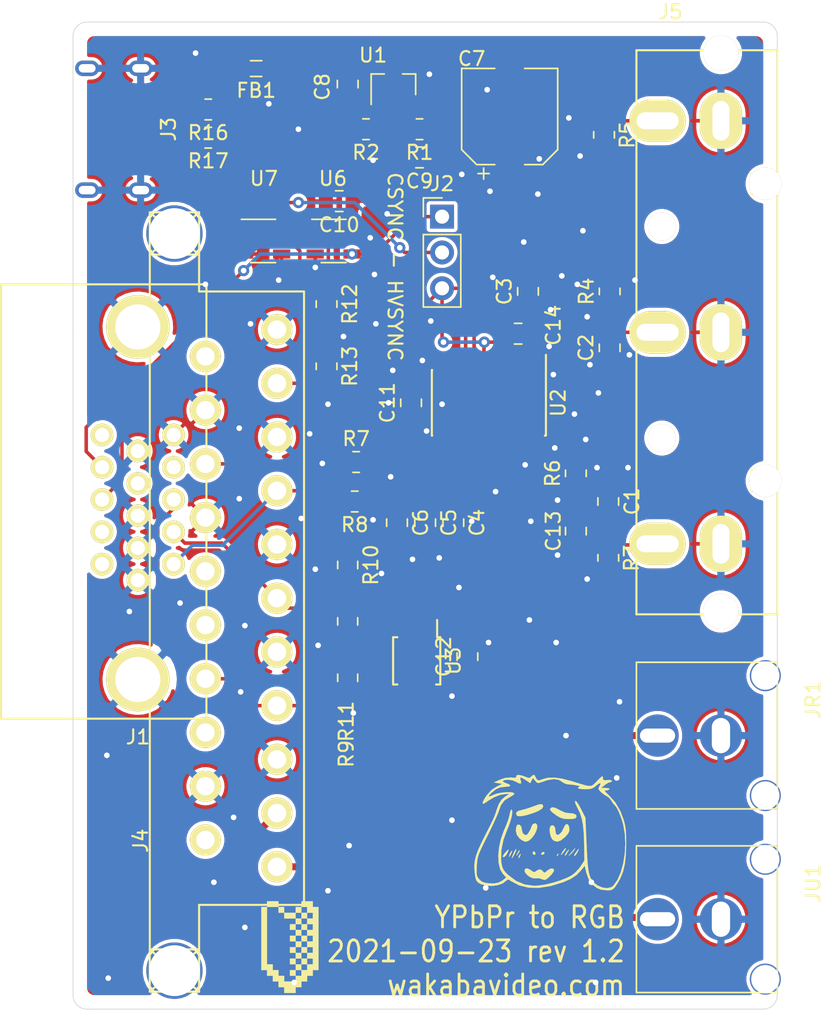
<source format=kicad_pcb>
(kicad_pcb (version 20171130) (host pcbnew "(5.1.9)-1")
  (layers (0 F.Cu signal) (31 B.Cu signal) (34 B.Paste user hide) (35 F.Paste user hide) (36 B.SilkS user) (37 F.SilkS user) (38 B.Mask user) (39 F.Mask user) (44 Edge.Cuts user))
  (net 0 "")
  (net 1 /Red)
  (net 2 /Green)
  (net 3 /Blue)
  (net 4 VCC)
  (net 5 "Net-(R1-Pad2)")
  (net 6 GND)
  (net 7 +5V)
  (net 8 "Net-(J1-Pad15)")
  (net 9 "Net-(U2-Pad22)")
  (net 10 "Net-(C4-Pad2)")
  (net 11 "Net-(C4-Pad1)")
  (net 12 "Net-(C5-Pad2)")
  (net 13 "Net-(C5-Pad1)")
  (net 14 "Net-(C6-Pad2)")
  (net 15 "Net-(C6-Pad1)")
  (net 16 "Net-(R10-Pad2)")
  (net 17 "Net-(R9-Pad2)")
  (net 18 "Net-(R11-Pad2)")
  (net 19 "Net-(J1-Pad11)")
  (net 20 "Net-(J1-Pad4)")
  (net 21 /VSYNC)
  (net 22 VS)
  (net 23 "Net-(J3-PadB5)")
  (net 24 "Net-(J3-PadA5)")
  (net 25 "Net-(J4-Pad1)")
  (net 26 "Net-(J4-Pad16)")
  (net 27 "Net-(J4-Pad12)")
  (net 28 "Net-(J4-Pad10)")
  (net 29 "Net-(J4-Pad6)")
  (net 30 "Net-(J4-Pad3)")
  (net 31 "Net-(J4-Pad2)")
  (net 32 "Net-(J4-Pad20)")
  (net 33 "Net-(U2-Pad14)")
  (net 34 "Net-(U2-Pad13)")
  (net 35 "Net-(C1-Pad2)")
  (net 36 /Y)
  (net 37 "Net-(C2-Pad2)")
  (net 38 /Pb)
  (net 39 "Net-(C3-Pad2)")
  (net 40 /Pr)
  (net 41 "Net-(C13-Pad1)")
  (net 42 "Net-(R6-Pad2)")
  (net 43 "Net-(J1-Pad12)")
  (net 44 "Net-(R7-Pad2)")
  (net 45 /CSYNC)
  (net 46 /SYNC)
  (net 47 "Net-(U3-Pad10)")
  (net 48 VBUS)
  (net 49 "Net-(J4-Pad19)")
  (net 50 "Net-(R12-Pad2)")
  (module videobits:uwuriel (layer F.Cu) (at 53.9 97.45)
    (fp_text reference FID2 hide)
    (fp_text value Fiducial hide)
  )
  (module Resistor_SMD:R_0805_2012Metric (layer F.Cu) (at 38 64.41 270)
    (fp_text reference R13 (at 0 -1.65 90) (layer F.SilkS))
    (fp_text value 200)
    (pad 2 smd roundrect (at 0.9125 0 270) (size 1.025 1.4) (layers F.Cu F.Paste F.Mask) (roundrect_rratio 0.2439014634146341) (net 49 "Net-(J4-Pad19)"))
    (pad 1 smd roundrect (at -0.9125 0 270) (size 1.025 1.4) (layers F.Cu F.Paste F.Mask) (roundrect_rratio 0.2439014634146341) (net 50 "Net-(R12-Pad2)"))
  )
  (module Resistor_SMD:R_0805_2012Metric (layer F.Cu) (at 38 60 270)
    (fp_text reference R12 (at 0 -1.65 90) (layer F.SilkS))
    (fp_text value 200)
    (pad 2 smd roundrect (at 0.9125 0 270) (size 1.025 1.4) (layers F.Cu F.Paste F.Mask) (roundrect_rratio 0.2439014634146341) (net 50 "Net-(R12-Pad2)"))
    (pad 1 smd roundrect (at -0.9125 0 270) (size 1.025 1.4) (layers F.Cu F.Paste F.Mask) (roundrect_rratio 0.2439014634146341) (net 45 /CSYNC))
  )
  (module custom_components:VGA_CONN (layer F.Cu) (at 24.6 75 270)
    (fp_text reference J1 (at 15.70228 -0.00508) (layer F.SilkS))
    (fp_text value VGA)
    (pad 10 thru_hole circle (at -13.38 0 270) (size 4.5 4.5) (drill 3.2) (layers *.Cu *.Mask F.SilkS) (net 6 GND))
    (pad 10 thru_hole circle (at 11.62 0 270) (size 4.5 4.5) (drill 3.2) (layers *.Cu *.Mask F.SilkS) (net 6 GND))
    (pad 15 thru_hole circle (at -5.72 2.54 270) (size 1.6 1.6) (drill 1) (layers *.Cu *.Mask F.SilkS) (net 8 "Net-(J1-Pad15)"))
    (pad 14 thru_hole circle (at -3.43 2.54 270) (size 1.6 1.6) (drill 1) (layers *.Cu *.Mask F.SilkS) (net 21 /VSYNC))
    (pad 13 thru_hole circle (at -1.14 2.54 270) (size 1.6 1.6) (drill 1) (layers *.Cu *.Mask F.SilkS) (net 45 /CSYNC))
    (pad 12 thru_hole circle (at 1.15 2.54 270) (size 1.6 1.6) (drill 1) (layers *.Cu *.Mask F.SilkS) (net 43 "Net-(J1-Pad12)"))
    (pad 11 thru_hole circle (at 3.44 2.54 270) (size 1.6 1.6) (drill 1) (layers *.Cu *.Mask F.SilkS) (net 19 "Net-(J1-Pad11)"))
    (pad 7 thru_hole circle (at 2.29 0 270) (size 1.6 1.6) (drill 1) (layers *.Cu *.Mask F.SilkS) (net 6 GND))
    (pad 6 thru_hole circle (at 4.58 0 270) (size 1.6 1.6) (drill 1) (layers *.Cu *.Mask F.SilkS) (net 6 GND))
    (pad 5 thru_hole circle (at -5.72 -2.54 270) (size 1.6 1.6) (drill 1) (layers *.Cu *.Mask F.SilkS) (net 6 GND))
    (pad 4 thru_hole circle (at -3.43 -2.54 270) (size 1.6 1.6) (drill 1) (layers *.Cu *.Mask F.SilkS) (net 20 "Net-(J1-Pad4)"))
    (pad 3 thru_hole circle (at -1.14 -2.54 270) (size 1.6 1.6) (drill 1) (layers *.Cu *.Mask F.SilkS) (net 3 /Blue))
    (pad 2 thru_hole circle (at 1.15 -2.54 270) (size 1.6 1.6) (drill 1) (layers *.Cu *.Mask F.SilkS) (net 2 /Green))
    (pad 1 thru_hole circle (at 3.44 -2.54 270) (size 1.6 1.6) (drill 1) (layers *.Cu *.Mask F.SilkS) (net 1 /Red))
    (pad 10 thru_hole circle (at -4.58 0 270) (size 1.6 1.6) (drill 1) (layers *.Cu *.Mask F.SilkS) (net 6 GND))
    (pad 9 thru_hole circle (at -2.29 0 270) (size 1.6 1.6) (drill 1) (layers *.Cu *.Mask F.SilkS) (net 22 VS))
    (pad 8 thru_hole circle (at 0 0 270) (size 1.6 1.6) (drill 1) (layers *.Cu *.Mask F.SilkS) (net 6 GND))
  )
  (module Capacitor_SMD:C_0805_2012Metric (layer F.Cu) (at 51.6 62.1)
    (fp_text reference C14 (at 2.5 -0.6 90) (layer F.SilkS))
    (fp_text value 100n)
    (pad 2 smd roundrect (at 0.95 0) (size 1 1.45) (layers F.Cu F.Paste F.Mask) (net 6 GND))
    (pad 1 smd roundrect (at -0.95 0) (size 1 1.45) (layers F.Cu F.Paste F.Mask) (net 4 VCC))
  )
  (module videobits:3xRCA_CONN_SINGLE (layer F.Cu) (at 66 62 90)
    (fp_text reference J5 (at 22.71522 -3.5814) (layer F.SilkS))
    (fp_text value 3xRCA_CONN)
    (pad "" thru_hole circle (at 7.5 -4.2 90) (size 2 2) (drill 2) (layers *.Cu *.Mask F.SilkS))
    (pad "" thru_hole circle (at -7.5 -4.2 90) (size 2 2) (drill 2) (layers *.Cu *.Mask F.SilkS))
    (pad "" thru_hole circle (at -10.53338 3.14452 90) (size 2.3 2.3) (drill 2.3) (layers *.Cu *.Mask F.SilkS))
    (pad "" thru_hole circle (at 10.53338 3.14452 90) (size 2.3 2.3) (drill 2.3) (layers *.Cu *.Mask F.SilkS))
    (pad 2 thru_hole oval (at 15 -4.5 90) (size 3 4) (drill oval 1.2 3) (layers *.Cu *.Mask F.SilkS) (net 39 "Net-(C3-Pad2)"))
    (pad 3 thru_hole oval (at -15 -4.5 90) (size 3 4) (drill oval 1.2 3) (layers *.Cu *.Mask F.SilkS) (net 35 "Net-(C1-Pad2)"))
    (pad 4 thru_hole oval (at -15 0 90) (size 4 3) (drill oval 2.82 1.2) (layers *.Cu *.Mask F.SilkS) (net 6 GND))
    (pad 4 thru_hole oval (at 0 0 90) (size 4 3) (drill oval 2.82 1.2) (layers *.Cu *.Mask F.SilkS) (net 6 GND))
    (pad 4 thru_hole oval (at 15 0 90) (size 4 3) (drill oval 2.82 1.2) (layers *.Cu *.Mask F.SilkS) (net 6 GND))
    (pad "" thru_hole oval (at 19.8 0 90) (size 2.5 2.5) (drill 2.5) (layers *.Cu *.Mask F.SilkS))
    (pad "" thru_hole oval (at -19.8 0 90) (size 2.5 2.5) (drill 2.5) (layers *.Cu *.Mask F.SilkS))
    (pad 1 thru_hole oval (at 0 -4.5 90) (size 3 4) (drill oval 1.2 3) (layers *.Cu *.Mask F.SilkS) (net 37 "Net-(C2-Pad2)"))
  )
  (module Inductor_SMD:L_0805_2012Metric (layer F.Cu) (at 33 43.3 180)
    (fp_text reference FB1 (at 0 -1.55) (layer F.SilkS))
    (fp_text value Ferrite_Bead_Small)
    (pad 2 smd roundrect (at 1.0625 0 180) (size 0.875 1.2) (layers F.Cu F.Paste F.Mask) (net 48 VBUS))
    (pad 1 smd roundrect (at -1.0625 0 180) (size 0.875 1.2) (layers F.Cu F.Paste F.Mask) (net 7 +5V))
  )
  (module videobits:wakaba (layer F.Cu) (at 35.4 105.6)
    (fp_text reference FID1 hide)
    (fp_text value Fiducial hide)
  )
  (module Resistor_SMD:R_0805_2012Metric (layer F.Cu) (at 29.6 48.2 180)
    (fp_text reference R17 (at 0 -1.65) (layer F.SilkS))
    (fp_text value 5k1)
    (pad 2 smd roundrect (at 0.9125 0 180) (size 1.025 1.4) (layers F.Cu F.Paste F.Mask) (roundrect_rratio 0.2439004878048781) (net 23 "Net-(J3-PadB5)"))
    (pad 1 smd roundrect (at -0.9125 0 180) (size 1.025 1.4) (layers F.Cu F.Paste F.Mask) (roundrect_rratio 0.2439004878048781) (net 6 GND))
  )
  (module Resistor_SMD:R_0805_2012Metric (layer F.Cu) (at 29.6 46.2 180)
    (fp_text reference R16 (at 0 -1.65) (layer F.SilkS))
    (fp_text value 5k1)
    (pad 2 smd roundrect (at 0.9125 0 180) (size 1.025 1.4) (layers F.Cu F.Paste F.Mask) (roundrect_rratio 0.2439004878048781) (net 24 "Net-(J3-PadA5)"))
    (pad 1 smd roundrect (at -0.9125 0 180) (size 1.025 1.4) (layers F.Cu F.Paste F.Mask) (roundrect_rratio 0.2439004878048781) (net 6 GND))
  )
  (module Resistor_SMD:R_0805_2012Metric (layer F.Cu) (at 40 74 180)
    (fp_text reference R8 (at 0 -1.65) (layer F.SilkS))
    (fp_text value 75)
    (pad 2 smd roundrect (at 0.9125 0 180) (size 1.025 1.4) (layers F.Cu F.Paste F.Mask) (roundrect_rratio 0.2439004878048781) (net 26 "Net-(J4-Pad16)"))
    (pad 1 smd roundrect (at -0.9125 0 180) (size 1.025 1.4) (layers F.Cu F.Paste F.Mask) (roundrect_rratio 0.2439004878048781) (net 4 VCC))
  )
  (module Resistor_SMD:R_0805_2012Metric (layer F.Cu) (at 40.1 71.2)
    (fp_text reference R7 (at 0 -1.65) (layer F.SilkS))
    (fp_text value 10k)
    (pad 2 smd roundrect (at 0.9125 0) (size 1.025 1.4) (layers F.Cu F.Paste F.Mask) (roundrect_rratio 0.2439004878048781) (net 44 "Net-(R7-Pad2)"))
    (pad 1 smd roundrect (at -0.9125 0) (size 1.025 1.4) (layers F.Cu F.Paste F.Mask) (roundrect_rratio 0.2439004878048781) (net 6 GND))
  )
  (module Resistor_SMD:R_0805_2012Metric (layer F.Cu) (at 55.7 72 90)
    (fp_text reference R6 (at 0 -1.65 90) (layer F.SilkS))
    (fp_text value 200)
    (pad 2 smd roundrect (at 0.9125 0 90) (size 1.025 1.4) (layers F.Cu F.Paste F.Mask) (roundrect_rratio 0.2439004878048781) (net 42 "Net-(R6-Pad2)"))
    (pad 1 smd roundrect (at -0.9125 0 90) (size 1.025 1.4) (layers F.Cu F.Paste F.Mask) (roundrect_rratio 0.2439004878048781) (net 41 "Net-(C13-Pad1)"))
  )
  (module Resistor_SMD:R_0805_2012Metric (layer F.Cu) (at 57.7 48 270)
    (fp_text reference R5 (at 0 -1.65 90) (layer F.SilkS))
    (fp_text value 75)
    (pad 2 smd roundrect (at 0.9125 0 270) (size 1.025 1.4) (layers F.Cu F.Paste F.Mask) (roundrect_rratio 0.2439004878048781) (net 6 GND))
    (pad 1 smd roundrect (at -0.9125 0 270) (size 1.025 1.4) (layers F.Cu F.Paste F.Mask) (roundrect_rratio 0.2439004878048781) (net 39 "Net-(C3-Pad2)"))
  )
  (module Resistor_SMD:R_0805_2012Metric (layer F.Cu) (at 58.1 59.1 90)
    (fp_text reference R4 (at 0 -1.65 90) (layer F.SilkS))
    (fp_text value 75)
    (pad 2 smd roundrect (at 0.9125 0 90) (size 1.025 1.4) (layers F.Cu F.Paste F.Mask) (roundrect_rratio 0.2439004878048781) (net 6 GND))
    (pad 1 smd roundrect (at -0.9125 0 90) (size 1.025 1.4) (layers F.Cu F.Paste F.Mask) (roundrect_rratio 0.2439004878048781) (net 37 "Net-(C2-Pad2)"))
  )
  (module Resistor_SMD:R_0805_2012Metric (layer F.Cu) (at 58 77.993 270)
    (fp_text reference R3 (at 0 -1.65 90) (layer F.SilkS))
    (fp_text value 75)
    (pad 1 smd roundrect (at -0.9125 0 270) (size 1.025 1.4) (layers F.Cu F.Paste F.Mask) (roundrect_rratio 0.2439004878048781) (net 35 "Net-(C1-Pad2)"))
    (pad 2 smd roundrect (at 0.9125 0 270) (size 1.025 1.4) (layers F.Cu F.Paste F.Mask) (roundrect_rratio 0.2439004878048781) (net 6 GND))
  )
  (module Resistor_SMD:R_0805_2012Metric (layer F.Cu) (at 40.8 47.6 180)
    (fp_text reference R2 (at 0 -1.65) (layer F.SilkS))
    (fp_text value 1k33)
    (pad 2 smd roundrect (at 0.9125 0 180) (size 1.025 1.4) (layers F.Cu F.Paste F.Mask) (roundrect_rratio 0.2439004878048781) (net 6 GND))
    (pad 1 smd roundrect (at -0.9125 0 180) (size 1.025 1.4) (layers F.Cu F.Paste F.Mask) (roundrect_rratio 0.2439004878048781) (net 5 "Net-(R1-Pad2)"))
  )
  (module Resistor_SMD:R_0805_2012Metric (layer F.Cu) (at 44.6 47.6 180)
    (fp_text reference R1 (at 0 -1.65) (layer F.SilkS))
    (fp_text value 1k)
    (pad 2 smd roundrect (at 0.9125 0 180) (size 1.025 1.4) (layers F.Cu F.Paste F.Mask) (roundrect_rratio 0.2439004878048781) (net 5 "Net-(R1-Pad2)"))
    (pad 1 smd roundrect (at -0.9125 0 180) (size 1.025 1.4) (layers F.Cu F.Paste F.Mask) (roundrect_rratio 0.2439004878048781) (net 4 VCC))
  )
  (module Capacitor_SMD:C_0805_2012Metric (layer F.Cu) (at 55.7 76.1 270)
    (fp_text reference C13 (at 0 1.6 90) (layer F.SilkS))
    (fp_text value 4.7n)
    (pad 2 smd roundrect (at 0.95 0 270) (size 1 1.45) (layers F.Cu F.Paste F.Mask) (net 35 "Net-(C1-Pad2)"))
    (pad 1 smd roundrect (at -0.95 0 270) (size 1 1.45) (layers F.Cu F.Paste F.Mask) (net 41 "Net-(C13-Pad1)"))
  )
  (module Capacitor_SMD:C_0805_2012Metric (layer F.Cu) (at 48 85 90)
    (fp_text reference C12 (at 0 -1.68 90) (layer F.SilkS))
    (fp_text value 100n)
    (pad 2 smd roundrect (at 0.95 0 90) (size 1 1.45) (layers F.Cu F.Paste F.Mask) (net 6 GND))
    (pad 1 smd roundrect (at -0.95 0 90) (size 1 1.45) (layers F.Cu F.Paste F.Mask) (net 4 VCC))
  )
  (module Capacitor_SMD:C_0805_2012Metric (layer F.Cu) (at 44 67 90)
    (fp_text reference C11 (at 0 -1.68 90) (layer F.SilkS))
    (fp_text value 100n)
    (pad 2 smd roundrect (at 0.95 0 90) (size 1 1.45) (layers F.Cu F.Paste F.Mask) (net 6 GND))
    (pad 1 smd roundrect (at -0.95 0 90) (size 1 1.45) (layers F.Cu F.Paste F.Mask) (net 4 VCC))
  )
  (module Capacitor_SMD:C_0805_2012Metric (layer F.Cu) (at 38.9 52.7 180)
    (fp_text reference C10 (at 0 -1.68) (layer F.SilkS))
    (fp_text value 100n)
    (pad 2 smd roundrect (at 0.95 0 180) (size 1 1.45) (layers F.Cu F.Paste F.Mask) (net 6 GND))
    (pad 1 smd roundrect (at -0.95 0 180) (size 1 1.45) (layers F.Cu F.Paste F.Mask) (net 4 VCC))
  )
  (module Capacitor_SMD:C_0805_2012Metric (layer F.Cu) (at 44.6 49.6 180)
    (fp_text reference C9 (at 0 -1.68) (layer F.SilkS))
    (fp_text value 100n)
    (pad 2 smd roundrect (at 0.95 0 180) (size 1 1.45) (layers F.Cu F.Paste F.Mask) (net 6 GND))
    (pad 1 smd roundrect (at -0.95 0 180) (size 1 1.45) (layers F.Cu F.Paste F.Mask) (net 4 VCC))
  )
  (module Capacitor_SMD:C_0805_2012Metric (layer F.Cu) (at 39.5 44.4 270)
    (fp_text reference C8 (at 0.2 1.8 90) (layer F.SilkS))
    (fp_text value 10u)
    (pad 2 smd roundrect (at 0.95 0 270) (size 1 1.45) (layers F.Cu F.Paste F.Mask) (net 6 GND))
    (pad 1 smd roundrect (at -0.95 0 270) (size 1 1.45) (layers F.Cu F.Paste F.Mask) (net 7 +5V))
  )
  (module Capacitor_SMD:C_0805_2012Metric (layer F.Cu) (at 43 75.5 270)
    (fp_text reference C6 (at 0 -1.68 90) (layer F.SilkS))
    (fp_text value 100n)
    (pad 2 smd roundrect (at 0.95 0 270) (size 1 1.45) (layers F.Cu F.Paste F.Mask) (net 14 "Net-(C6-Pad2)"))
    (pad 1 smd roundrect (at -0.95 0 270) (size 1 1.45) (layers F.Cu F.Paste F.Mask) (net 15 "Net-(C6-Pad1)"))
  )
  (module Capacitor_SMD:C_0805_2012Metric (layer F.Cu) (at 45 75.5 270)
    (fp_text reference C5 (at 0 -1.68 90) (layer F.SilkS))
    (fp_text value 100n)
    (pad 2 smd roundrect (at 0.95 0 270) (size 1 1.45) (layers F.Cu F.Paste F.Mask) (net 12 "Net-(C5-Pad2)"))
    (pad 1 smd roundrect (at -0.95 0 270) (size 1 1.45) (layers F.Cu F.Paste F.Mask) (net 13 "Net-(C5-Pad1)"))
  )
  (module Capacitor_SMD:C_0805_2012Metric (layer F.Cu) (at 47 75.5 270)
    (fp_text reference C4 (at 0 -1.68 90) (layer F.SilkS))
    (fp_text value 100n)
    (pad 2 smd roundrect (at 0.95 0 270) (size 1 1.45) (layers F.Cu F.Paste F.Mask) (net 10 "Net-(C4-Pad2)"))
    (pad 1 smd roundrect (at -0.95 0 270) (size 1 1.45) (layers F.Cu F.Paste F.Mask) (net 11 "Net-(C4-Pad1)"))
  )
  (module Capacitor_SMD:C_0805_2012Metric (layer F.Cu) (at 52.3 59.1 90)
    (fp_text reference C3 (at 0 -1.68 90) (layer F.SilkS))
    (fp_text value 100n)
    (pad 2 smd roundrect (at 0.95 0 90) (size 1 1.45) (layers F.Cu F.Paste F.Mask) (net 39 "Net-(C3-Pad2)"))
    (pad 1 smd roundrect (at -0.95 0 90) (size 1 1.45) (layers F.Cu F.Paste F.Mask) (net 40 /Pr))
  )
  (module Capacitor_SMD:C_0805_2012Metric (layer F.Cu) (at 58.1 63.1 90)
    (fp_text reference C2 (at 0 -1.68 90) (layer F.SilkS))
    (fp_text value 100n)
    (pad 2 smd roundrect (at 0.95 0 90) (size 1 1.45) (layers F.Cu F.Paste F.Mask) (net 37 "Net-(C2-Pad2)"))
    (pad 1 smd roundrect (at -0.95 0 90) (size 1 1.45) (layers F.Cu F.Paste F.Mask) (net 38 /Pb))
  )
  (module Capacitor_SMD:C_0805_2012Metric (layer F.Cu) (at 58 74 270)
    (fp_text reference C1 (at 0 -1.68 90) (layer F.SilkS))
    (fp_text value 100n)
    (pad 1 smd roundrect (at -0.95 0 270) (size 1 1.45) (layers F.Cu F.Paste F.Mask) (net 36 /Y))
    (pad 2 smd roundrect (at 0.95 0 270) (size 1 1.45) (layers F.Cu F.Paste F.Mask) (net 35 "Net-(C1-Pad2)"))
  )
  (module Package_SO:MSOP-10_3x3mm_P0.5mm (layer F.Cu) (at 44.4 85.3 270)
    (fp_text reference U3 (at 0 -2.6 90) (layer F.SilkS))
    (fp_text value TPF144-VR)
    (pad 10 smd rect (at 2.2 -1 270) (size 1.4 0.3) (layers F.Cu F.Paste F.Mask) (net 47 "Net-(U3-Pad10)"))
    (pad 9 smd rect (at 2.2 -0.5 270) (size 1.4 0.3) (layers F.Cu F.Paste F.Mask) (net 6 GND))
    (pad 8 smd rect (at 2.2 0 270) (size 1.4 0.3) (layers F.Cu F.Paste F.Mask) (net 16 "Net-(R10-Pad2)"))
    (pad 7 smd rect (at 2.2 0.5 270) (size 1.4 0.3) (layers F.Cu F.Paste F.Mask) (net 18 "Net-(R11-Pad2)"))
    (pad 6 smd rect (at 2.2 1 270) (size 1.4 0.3) (layers F.Cu F.Paste F.Mask) (net 17 "Net-(R9-Pad2)"))
    (pad 5 smd rect (at -2.2 1 270) (size 1.4 0.3) (layers F.Cu F.Paste F.Mask) (net 14 "Net-(C6-Pad2)"))
    (pad 4 smd rect (at -2.2 0.5 270) (size 1.4 0.3) (layers F.Cu F.Paste F.Mask) (net 12 "Net-(C5-Pad2)"))
    (pad 3 smd rect (at -2.2 0 270) (size 1.4 0.3) (layers F.Cu F.Paste F.Mask) (net 10 "Net-(C4-Pad2)"))
    (pad 2 smd rect (at -2.2 -0.5 270) (size 1.4 0.3) (layers F.Cu F.Paste F.Mask) (net 4 VCC))
    (pad 1 smd rect (at -2.2 -1 270) (size 1.4 0.3) (layers F.Cu F.Paste F.Mask) (net 46 /SYNC))
  )
  (module Connector_PinHeader_2.54mm:PinHeader_1x03_P2.54mm_Vertical (layer F.Cu) (at 46.2 53.8)
    (fp_text reference J2 (at 0 -2.33) (layer F.SilkS))
    (fp_text value Conn_01x03_Male)
    (pad 3 thru_hole oval (at 0 5.08) (size 1.7 1.7) (drill 1) (layers *.Cu *.Mask) (net 4 VCC))
    (pad 2 thru_hole oval (at 0 2.54) (size 1.7 1.7) (drill 1) (layers *.Cu *.Mask) (net 21 /VSYNC))
    (pad 1 thru_hole rect (at 0 0) (size 1.7 1.7) (drill 1) (layers *.Cu *.Mask) (net 21 /VSYNC))
  )
  (module Package_SO:TSSOP-24_4.4x7.8mm_P0.65mm (layer F.Cu) (at 49.5 67 270)
    (fp_text reference U2 (at 0 -4.95 90) (layer F.SilkS))
    (fp_text value LMH1251MT_NOPB)
    (pad 24 smd rect (at 2.85 -3.575 270) (size 1.1 0.4) (layers F.Cu F.Paste F.Mask) (net 4 VCC))
    (pad 23 smd rect (at 2.85 -2.925 270) (size 1.1 0.4) (layers F.Cu F.Paste F.Mask) (net 4 VCC))
    (pad 22 smd rect (at 2.85 -2.275 270) (size 1.1 0.4) (layers F.Cu F.Paste F.Mask) (net 9 "Net-(U2-Pad22)"))
    (pad 21 smd rect (at 2.85 -1.625 270) (size 1.1 0.4) (layers F.Cu F.Paste F.Mask) (net 6 GND))
    (pad 20 smd rect (at 2.85 -0.975 270) (size 1.1 0.4) (layers F.Cu F.Paste F.Mask) (net 11 "Net-(C4-Pad1)"))
    (pad 19 smd rect (at 2.85 -0.325 270) (size 1.1 0.4) (layers F.Cu F.Paste F.Mask) (net 13 "Net-(C5-Pad1)"))
    (pad 18 smd rect (at 2.85 0.325 270) (size 1.1 0.4) (layers F.Cu F.Paste F.Mask) (net 15 "Net-(C6-Pad1)"))
    (pad 17 smd rect (at 2.85 0.975 270) (size 1.1 0.4) (layers F.Cu F.Paste F.Mask) (net 4 VCC))
    (pad 16 smd rect (at 2.85 1.625 270) (size 1.1 0.4) (layers F.Cu F.Paste F.Mask) (net 6 GND))
    (pad 15 smd rect (at 2.85 2.275 270) (size 1.1 0.4) (layers F.Cu F.Paste F.Mask) (net 44 "Net-(R7-Pad2)"))
    (pad 14 smd rect (at 2.85 2.925 270) (size 1.1 0.4) (layers F.Cu F.Paste F.Mask) (net 33 "Net-(U2-Pad14)"))
    (pad 13 smd rect (at 2.85 3.575 270) (size 1.1 0.4) (layers F.Cu F.Paste F.Mask) (net 34 "Net-(U2-Pad13)"))
    (pad 12 smd rect (at -2.85 3.575 270) (size 1.1 0.4) (layers F.Cu F.Paste F.Mask) (net 6 GND))
    (pad 11 smd rect (at -2.85 2.925 270) (size 1.1 0.4) (layers F.Cu F.Paste F.Mask) (net 42 "Net-(R6-Pad2)"))
    (pad 10 smd rect (at -2.85 2.275 270) (size 1.1 0.4) (layers F.Cu F.Paste F.Mask) (net 36 /Y))
    (pad 9 smd rect (at -2.85 1.625 270) (size 1.1 0.4) (layers F.Cu F.Paste F.Mask) (net 38 /Pb))
    (pad 8 smd rect (at -2.85 0.975 270) (size 1.1 0.4) (layers F.Cu F.Paste F.Mask) (net 40 /Pr))
    (pad 7 smd rect (at -2.85 0.325 270) (size 1.1 0.4) (layers F.Cu F.Paste F.Mask) (net 4 VCC))
    (pad 6 smd rect (at -2.85 -0.325 270) (size 1.1 0.4) (layers F.Cu F.Paste F.Mask) (net 6 GND))
    (pad 5 smd rect (at -2.85 -0.975 270) (size 1.1 0.4) (layers F.Cu F.Paste F.Mask) (net 6 GND))
    (pad 4 smd rect (at -2.85 -1.625 270) (size 1.1 0.4) (layers F.Cu F.Paste F.Mask) (net 6 GND))
    (pad 3 smd rect (at -2.85 -2.275 270) (size 1.1 0.4) (layers F.Cu F.Paste F.Mask) (net 6 GND))
    (pad 2 smd rect (at -2.85 -2.925 270) (size 1.1 0.4) (layers F.Cu F.Paste F.Mask) (net 6 GND))
    (pad 1 smd rect (at -2.85 -3.575 270) (size 1.1 0.4) (layers F.Cu F.Paste F.Mask) (net 6 GND))
  )
  (module videobits:Cheapo_RCA_single_edge (layer F.Cu) (at 70 90.6 270)
    (fp_text reference JR1 (at -2.54 -2.54 90) (layer F.SilkS))
    (fp_text value Conn_Coaxial)
    (pad "" np_thru_hole circle (at -4.25 0.85 270) (size 2.2 2.2) (drill 2) (layers *.Cu *.Mask))
    (pad "" np_thru_hole circle (at 4.25 0.85 270) (size 2.2 2.2) (drill 2) (layers *.Cu *.Mask))
    (pad 2 thru_hole oval (at 0 4 270) (size 3 3) (drill oval 2.5 1.3) (layers *.Cu *.Mask) (net 6 GND))
    (pad 1 thru_hole oval (at 0 8.5 270) (size 3 3) (drill oval 1 2.5) (layers *.Cu *.Mask) (net 25 "Net-(J4-Pad1)"))
  )
  (module videobits:Cheapo_RCA_single_edge (layer F.Cu) (at 70 103.62 270)
    (fp_text reference JU1 (at -2.54 -2.54 90) (layer F.SilkS))
    (fp_text value Conn_Coaxial)
    (pad "" np_thru_hole circle (at -4.25 0.85 270) (size 2.2 2.2) (drill 2) (layers *.Cu *.Mask))
    (pad "" np_thru_hole circle (at 4.25 0.85 270) (size 2.2 2.2) (drill 2) (layers *.Cu *.Mask))
    (pad 2 thru_hole oval (at 0 4 270) (size 3 3) (drill oval 2.5 1.3) (layers *.Cu *.Mask) (net 6 GND))
    (pad 1 thru_hole oval (at 0 8.5 270) (size 3 3) (drill oval 1 2.5) (layers *.Cu *.Mask) (net 30 "Net-(J4-Pad3)"))
  )
  (module Package_TO_SOT_SMD:SOT-23 (layer F.Cu) (at 42.746 44.442 90)
    (fp_text reference U1 (at 2.092 -1.446 180) (layer F.SilkS))
    (fp_text value MCP1700-2802E_SOT23 hide)
    (pad 3 smd rect (at 1 0 90) (size 0.9 0.8) (layers F.Cu F.Paste F.Mask) (net 7 +5V))
    (pad 2 smd rect (at -1 0.95 90) (size 0.9 0.8) (layers F.Cu F.Paste F.Mask) (net 4 VCC))
    (pad 1 smd rect (at -1 -0.95 90) (size 0.9 0.8) (layers F.Cu F.Paste F.Mask) (net 5 "Net-(R1-Pad2)"))
  )
  (module Capacitor_SMD:CP_Elec_6.3x7.7 (layer F.Cu) (at 51 46.7 90)
    (fp_text reference C7 (at 4.1 -2.7) (layer F.SilkS))
    (fp_text value 33u)
    (pad 2 smd roundrect (at 2.7 0 90) (size 3.5 1.6) (layers F.Cu F.Paste F.Mask) (roundrect_rratio 0.15625) (net 6 GND))
    (pad 1 smd roundrect (at -2.7 0 90) (size 3.5 1.6) (layers F.Cu F.Paste F.Mask) (roundrect_rratio 0.15625) (net 4 VCC))
  )
  (module Resistor_SMD:R_0805_2012Metric (layer F.Cu) (at 39.5 86.5 90)
    (fp_text reference R9 (at -5.4 -0.1 90) (layer F.SilkS))
    (fp_text value 75)
    (pad 2 smd roundrect (at 0.9375 0 90) (size 0.975 1.4) (layers F.Cu F.Paste F.Mask) (net 17 "Net-(R9-Pad2)"))
    (pad 1 smd roundrect (at -0.9375 0 90) (size 0.975 1.4) (layers F.Cu F.Paste F.Mask) (net 3 /Blue))
  )
  (module Resistor_SMD:R_0805_2012Metric (layer F.Cu) (at 39.5 78.5 270)
    (fp_text reference R10 (at 0 -1.65 270) (layer F.SilkS))
    (fp_text value 75)
    (pad 2 smd roundrect (at 0.9375 0 270) (size 0.975 1.4) (layers F.Cu F.Paste F.Mask) (net 16 "Net-(R10-Pad2)"))
    (pad 1 smd roundrect (at -0.9375 0 270) (size 0.975 1.4) (layers F.Cu F.Paste F.Mask) (net 1 /Red))
  )
  (module Resistor_SMD:R_0805_2012Metric (layer F.Cu) (at 39.5 82.5 270)
    (fp_text reference R11 (at 7.1 0.1 90) (layer F.SilkS))
    (fp_text value 75)
    (pad 2 smd roundrect (at 0.9375 0 270) (size 0.975 1.4) (layers F.Cu F.Paste F.Mask) (net 18 "Net-(R11-Pad2)"))
    (pad 1 smd roundrect (at -0.9375 0 270) (size 0.975 1.4) (layers F.Cu F.Paste F.Mask) (net 2 /Green))
  )
  (module Package_TO_SOT_SMD:TSOT-23-5 (layer F.Cu) (at 38.5 55.5)
    (fp_text reference U6 (at -0.05 -4.4) (layer F.SilkS))
    (fp_text value 74AHC1G86)
    (pad 5 smd rect (at 1.31 -0.95) (size 1.22 0.65) (layers F.Cu F.Paste F.Mask) (net 4 VCC))
    (pad 4 smd rect (at 1.31 0.95) (size 1.22 0.65) (layers F.Cu F.Paste F.Mask) (net 21 /VSYNC))
    (pad 3 smd rect (at -1.31 0.95) (size 1.22 0.65) (layers F.Cu F.Paste F.Mask) (net 6 GND))
    (pad 2 smd rect (at -1.31 0) (size 1.22 0.65) (layers F.Cu F.Paste F.Mask) (net 34 "Net-(U2-Pad13)"))
    (pad 1 smd rect (at -1.31 -0.95) (size 1.22 0.65) (layers F.Cu F.Paste F.Mask) (net 4 VCC))
  )
  (module Package_TO_SOT_SMD:TSOT-23-5 (layer F.Cu) (at 33.5 55.5)
    (fp_text reference U7 (at 0.05 -4.4) (layer F.SilkS))
    (fp_text value 74AHC1G86)
    (pad 5 smd rect (at 1.31 -0.95) (size 1.22 0.65) (layers F.Cu F.Paste F.Mask) (net 4 VCC))
    (pad 4 smd rect (at 1.31 0.95) (size 1.22 0.65) (layers F.Cu F.Paste F.Mask) (net 45 /CSYNC))
    (pad 3 smd rect (at -1.31 0.95) (size 1.22 0.65) (layers F.Cu F.Paste F.Mask) (net 6 GND))
    (pad 2 smd rect (at -1.31 0) (size 1.22 0.65) (layers F.Cu F.Paste F.Mask) (net 33 "Net-(U2-Pad14)"))
    (pad 1 smd rect (at -1.31 -0.95) (size 1.22 0.65) (layers F.Cu F.Paste F.Mask) (net 21 /VSYNC))
  )
  (module custom_components:SCART_CONN (layer F.Cu) (at 29.4 98 270)
    (fp_text reference J4 (at 0.05 4.6 90) (layer F.SilkS))
    (fp_text value SCART_CONN)
    (pad 1 thru_hole circle (at 1.905 -5.08 270) (size 2.2 2.2) (drill 1.3) (layers *.Cu *.Mask F.SilkS) (net 25 "Net-(J4-Pad1)"))
    (pad 21 thru_hole circle (at -36.195 -5.08 270) (size 2.2 2.2) (drill 1.3) (layers *.Cu *.Mask F.SilkS) (net 6 GND))
    (pad 18 thru_hole circle (at -30.48 0 270) (size 2.2 2.2) (drill 1.3) (layers *.Cu *.Mask F.SilkS) (net 6 GND))
    (pad 19 thru_hole circle (at -32.385 -5.08 270) (size 2.2 2.2) (drill 1.3) (layers *.Cu *.Mask F.SilkS) (net 49 "Net-(J4-Pad19)"))
    (pad 16 thru_hole circle (at -26.67 0 270) (size 2.2 2.2) (drill 1.3) (layers *.Cu *.Mask F.SilkS) (net 26 "Net-(J4-Pad16)"))
    (pad 17 thru_hole circle (at -28.575 -5.08 270) (size 2.2 2.2) (drill 1.3) (layers *.Cu *.Mask F.SilkS) (net 6 GND))
    (pad 14 thru_hole circle (at -22.86 0 270) (size 2.2 2.2) (drill 1.3) (layers *.Cu *.Mask F.SilkS) (net 6 GND))
    (pad 15 thru_hole circle (at -24.765 -5.08 270) (size 2.2 2.2) (drill 1.3) (layers *.Cu *.Mask F.SilkS) (net 1 /Red))
    (pad 20 thru_hole circle (at -34.29 0 270) (size 2.2 2.2) (drill 1.3) (layers *.Cu *.Mask F.SilkS) (net 32 "Net-(J4-Pad20)"))
    (pad 13 thru_hole circle (at -20.955 -5.08 270) (size 2.2 2.2) (drill 1.3) (layers *.Cu *.Mask F.SilkS) (net 6 GND))
    (pad 12 thru_hole circle (at -19.05 0 270) (size 2.2 2.2) (drill 1.3) (layers *.Cu *.Mask F.SilkS) (net 27 "Net-(J4-Pad12)"))
    (pad 11 thru_hole circle (at -17.145 -5.08 270) (size 2.2 2.2) (drill 1.3) (layers *.Cu *.Mask F.SilkS) (net 2 /Green))
    (pad 10 thru_hole circle (at -15.24 0 270) (size 2.2 2.2) (drill 1.3) (layers *.Cu *.Mask F.SilkS) (net 28 "Net-(J4-Pad10)"))
    (pad 9 thru_hole circle (at -13.335 -5.08 270) (size 2.2 2.2) (drill 1.3) (layers *.Cu *.Mask F.SilkS) (net 6 GND))
    (pad 8 thru_hole circle (at -11.43 0 270) (size 2.2 2.2) (drill 1.3) (layers *.Cu *.Mask F.SilkS) (net 4 VCC))
    (pad 7 thru_hole circle (at -9.525 -5.08 270) (size 2.2 2.2) (drill 1.3) (layers *.Cu *.Mask F.SilkS) (net 3 /Blue))
    (pad 6 thru_hole circle (at -7.62 0 270) (size 2.2 2.2) (drill 1.3) (layers *.Cu *.Mask F.SilkS) (net 29 "Net-(J4-Pad6)"))
    (pad 5 thru_hole circle (at -5.715 -5.08 270) (size 2.2 2.2) (drill 1.3) (layers *.Cu *.Mask F.SilkS) (net 6 GND))
    (pad 4 thru_hole circle (at -3.81 0 270) (size 2.2 2.2) (drill 1.3) (layers *.Cu *.Mask F.SilkS) (net 6 GND))
    (pad 3 thru_hole circle (at -1.905 -5.08 270) (size 2.2 2.2) (drill 1.3) (layers *.Cu *.Mask F.SilkS) (net 30 "Net-(J4-Pad3)"))
    (pad 2 thru_hole circle (at 0 0 270) (size 2.2 2.2) (drill 1.3) (layers *.Cu *.Mask F.SilkS) (net 31 "Net-(J4-Pad2)"))
    (pad 0 thru_hole circle (at -43 2.2 270) (size 4 4) (drill 3.6) (layers *.Cu *.Mask))
    (pad 0 thru_hole circle (at 9.27 2.2 270) (size 4 4) (drill 3.6) (layers *.Cu *.Mask))
  )
  (module videobits:USB_C_Receptacle_Generic_Power_Only (layer F.Cu) (at 18.4 47.6 90)
    (fp_text reference J3 (at 0 8.382 90) (layer F.SilkS))
    (fp_text value USB_C_Receptacle_Power)
    (pad S1 thru_hole oval (at 4.32 6.4 90) (size 1.1 1.7) (drill oval 0.6 1.2) (layers *.Cu *.Mask) (net 6 GND))
    (pad S1 thru_hole oval (at -4.32 6.4 90) (size 1.1 1.7) (drill oval 0.6 1.2) (layers *.Cu *.Mask) (net 6 GND))
    (pad S1 thru_hole oval (at -4.32 2.6 90) (size 1.1 1.7) (drill oval 0.6 1.2) (layers *.Cu *.Mask) (net 6 GND))
    (pad B12 smd rect (at 2.75 6.55 90) (size 0.8 1.2) (layers F.Cu F.Mask) (net 6 GND))
    (pad B9 smd rect (at 1.52 6.55 90) (size 0.76 1.2) (layers F.Cu F.Mask) (net 48 VBUS))
    (pad B5 smd rect (at -0.5 6.55 90) (size 0.7 1.2) (layers F.Cu F.Mask) (net 23 "Net-(J3-PadB5)"))
    (pad S1 thru_hole oval (at 4.32 2.6 90) (size 1.1 1.7) (drill oval 0.6 1.2) (layers *.Cu *.Mask) (net 6 GND))
    (pad A9 smd rect (at -1.52 6.55 90) (size 0.76 1.2) (layers F.Cu F.Mask) (net 48 VBUS))
    (pad A12 smd rect (at -2.75 6.55 90) (size 0.8 1.2) (layers F.Cu F.Mask) (net 6 GND))
    (pad A5 smd rect (at 0.5 6.55 90) (size 0.7 1.2) (layers F.Cu F.Mask) (net 24 "Net-(J3-PadA5)"))
  )
  (gr_line (start 70 88) (end 70 90) (layer Edge.Cuts) (width 0.05))
  (gr_line (start 70 60) (end 70 62) (layer Edge.Cuts) (width 0.05))
  (gr_line (start 20 60) (end 20 62) (layer Edge.Cuts) (width 0.05))
  (gr_line (start 20 88) (end 20 90) (layer Edge.Cuts) (width 0.05))
  (gr_line (start 20 62) (end 20 88) (layer Edge.Cuts) (width 0.05))
  (gr_line (start 70 62) (end 70 88) (layer Edge.Cuts) (width 0.05))
  (gr_line (start 21 40) (end 69 40) (layer Edge.Cuts) (width 0.05))
  (gr_line (start 20 60) (end 20 41) (layer Edge.Cuts) (width 0.05))
  (gr_line (start 70 41) (end 70 60) (layer Edge.Cuts) (width 0.05))
  (gr_line (start 69 110) (end 21 110) (layer Edge.Cuts) (width 0.05))
  (gr_line (start 70 90) (end 70 109) (layer Edge.Cuts) (width 0.05))
  (gr_line (start 20 90) (end 20 109) (layer Edge.Cuts) (width 0.05))
  (gr_arc (start 69 109) (end 69 110) (angle -90) (layer Edge.Cuts) (width 0.05))
  (gr_arc (start 69 41) (end 70 41) (angle -90) (layer Edge.Cuts) (width 0.05))
  (gr_arc (start 21 41) (end 21 40) (angle -90) (layer Edge.Cuts) (width 0.05))
  (gr_arc (start 21 109) (end 20 109) (angle -90) (layer Edge.Cuts) (width 0.05))
  (gr_text "CSYNC - HVSYNC" (at 42.85 57.35 270) (layer F.SilkS) (effects (font (size 1 1))))
  (gr_text "YPbPr to RGB\n2021-09-23 rev 1.2\nwakabavideo.com" (at 59.3 105.9) (layer F.SilkS) (effects (font (size 1.5 1.3) (thickness 0.2)) (justify right)))
  (segment (start 39.5 76.655) (end 36.08 73.235) (width 0.25) (layer F.Cu) (net 1))
  (segment (start 39.5 77.5625) (end 39.5 76.655) (width 0.25) (layer F.Cu) (net 1))
  (segment (start 36.08 73.235) (end 34.48 73.235) (width 0.25) (layer F.Cu) (net 1))
  (segment (start 27.14 78.44) (end 28.48 77.1) (width 0.25) (layer B.Cu) (net 1))
  (segment (start 28.48 77.1) (end 30.7 77.1) (width 0.25) (layer B.Cu) (net 1))
  (segment (start 30.7 77.015) (end 34.48 73.235) (width 0.25) (layer B.Cu) (net 1))
  (segment (start 30.7 77.1) (end 30.7 77.015) (width 0.25) (layer B.Cu) (net 1))
  (segment (start 33.380001 79.755001) (end 34.48 80.855) (width 0.25) (layer F.Cu) (net 2))
  (segment (start 30.574999 76.949999) (end 33.380001 79.755001) (width 0.25) (layer F.Cu) (net 2))
  (segment (start 27.939999 76.949999) (end 30.574999 76.949999) (width 0.25) (layer F.Cu) (net 2))
  (segment (start 27.14 76.15) (end 27.939999 76.949999) (width 0.25) (layer F.Cu) (net 2))
  (segment (start 35.1875 81.5625) (end 34.48 80.855) (width 0.25) (layer F.Cu) (net 2))
  (segment (start 39.5 81.5625) (end 35.1875 81.5625) (width 0.25) (layer F.Cu) (net 2))
  (segment (start 36.08 88.705) (end 36.08 88.475) (width 0.25) (layer F.Cu) (net 3))
  (segment (start 38.4625 88.475) (end 36.08 88.475) (width 0.25) (layer F.Cu) (net 3))
  (segment (start 39.5 87.4375) (end 38.4625 88.475) (width 0.25) (layer F.Cu) (net 3))
  (segment (start 27.14 74.484998) (end 27.14 73.86) (width 0.25) (layer F.Cu) (net 3))
  (segment (start 36.08 88.475) (end 28.375 88.475) (width 0.25) (layer F.Cu) (net 3))
  (segment (start 28.375 88.475) (end 27.6 87.7) (width 0.25) (layer F.Cu) (net 3))
  (segment (start 27.6 85.6) (end 26.014999 84.014999) (width 0.25) (layer F.Cu) (net 3))
  (segment (start 27.6 87.7) (end 27.6 85.6) (width 0.25) (layer F.Cu) (net 3))
  (segment (start 26.014999 84.014999) (end 26.014999 75.609999) (width 0.25) (layer F.Cu) (net 3))
  (segment (start 26.014999 75.609999) (end 27.14 74.484998) (width 0.25) (layer F.Cu) (net 3))
  (segment (start 48.525 69.05) (end 48.525 69.85) (width 0.25) (layer F.Cu) (net 4))
  (segment (start 47.5 68.025) (end 48.525 69.05) (width 0.25) (layer F.Cu) (net 4))
  (segment (start 44 68.025) (end 47.5 68.025) (width 0.25) (layer F.Cu) (net 4))
  (segment (start 47.5 68.025) (end 47.975 68.025) (width 0.25) (layer F.Cu) (net 4))
  (segment (start 40.11 52.885) (end 39.925 52.7) (width 0.25) (layer F.Cu) (net 4))
  (segment (start 40.11 53.89) (end 40.11 52.885) (width 0.25) (layer F.Cu) (net 4))
  (segment (start 42.525 52.7) (end 45.625 49.6) (width 0.25) (layer F.Cu) (net 4))
  (segment (start 39.925 52.7) (end 42.525 52.7) (width 0.25) (layer F.Cu) (net 4))
  (segment (start 45.625 48.8) (end 45.625 49.6) (width 0.25) (layer F.Cu) (net 4))
  (segment (start 45.625 46.421) (end 45.625 48.8) (width 0.25) (layer F.Cu) (net 4))
  (segment (start 44.346 45.142) (end 45.625 46.421) (width 0.25) (layer F.Cu) (net 4))
  (segment (start 43.696 45.142) (end 44.346 45.142) (width 0.25) (layer F.Cu) (net 4))
  (segment (start 45.825 49.4) (end 45.625 49.6) (width 0.25) (layer F.Cu) (net 4))
  (segment (start 40.11 54.25) (end 40.11 53.89) (width 0.25) (layer F.Cu) (net 4))
  (segment (start 39.81 54.55) (end 40.11 54.25) (width 0.25) (layer F.Cu) (net 4))
  (segment (start 39.825 54.65) (end 39.81 54.65) (width 0.25) (layer F.Cu) (net 4))
  (segment (start 39.81 54.65) (end 39.81 54.55) (width 0.25) (layer F.Cu) (net 4))
  (segment (start 51 49.4) (end 48.6 49.4) (width 0.25) (layer F.Cu) (net 4))
  (segment (start 48.6 49.4) (end 45.825 49.4) (width 0.25) (layer F.Cu) (net 4))
  (segment (start 48.6 57.682081) (end 48.6 57.2) (width 0.25) (layer F.Cu) (net 4))
  (segment (start 47.402081 58.88) (end 48.6 57.682081) (width 0.25) (layer F.Cu) (net 4))
  (segment (start 46.2 58.88) (end 47.402081 58.88) (width 0.25) (layer F.Cu) (net 4))
  (segment (start 48.6 57.2) (end 48.6 49.4) (width 0.25) (layer F.Cu) (net 4))
  (segment (start 51.175 68.025) (end 47.5 68.025) (width 0.25) (layer F.Cu) (net 4))
  (segment (start 52.425 69.85) (end 52.425 68.025) (width 0.25) (layer F.Cu) (net 4))
  (segment (start 52.425 68.025) (end 51.175 68.025) (width 0.25) (layer F.Cu) (net 4))
  (segment (start 43.56359 72.3) (end 41.86359 74) (width 0.25) (layer F.Cu) (net 4))
  (segment (start 46.83641 72.3) (end 43.56359 72.3) (width 0.25) (layer F.Cu) (net 4))
  (segment (start 48.525 70.61141) (end 46.83641 72.3) (width 0.25) (layer F.Cu) (net 4))
  (segment (start 48.525 69.85) (end 48.525 70.61141) (width 0.25) (layer F.Cu) (net 4))
  (segment (start 41.86359 74) (end 41.025 74) (width 0.25) (layer F.Cu) (net 4))
  (segment (start 48 88.5) (end 48 86.025) (width 0.25) (layer F.Cu) (net 4))
  (segment (start 47 89.5) (end 48 88.5) (width 0.25) (layer F.Cu) (net 4))
  (segment (start 43.1 89.5) (end 47 89.5) (width 0.25) (layer F.Cu) (net 4))
  (segment (start 29.4 86.57) (end 40.17 86.57) (width 0.25) (layer F.Cu) (net 4))
  (segment (start 40.17 86.57) (end 43.1 89.5) (width 0.25) (layer F.Cu) (net 4))
  (segment (start 47.2 86.025) (end 47.175 86) (width 0.25) (layer F.Cu) (net 4))
  (segment (start 47.2 86.025) (end 48 86.025) (width 0.25) (layer F.Cu) (net 4))
  (segment (start 46.775 86.025) (end 47.2 86.025) (width 0.25) (layer F.Cu) (net 4))
  (segment (start 44.9 84.15) (end 46.775 86.025) (width 0.25) (layer F.Cu) (net 4))
  (segment (start 44.9 83.2) (end 44.9 84.15) (width 0.25) (layer F.Cu) (net 4))
  (segment (start 53.075 68.025) (end 52.425 68.025) (width 0.25) (layer F.Cu) (net 4))
  (segment (start 53.075 70.875) (end 53.075 68.025) (width 0.25) (layer F.Cu) (net 4))
  (segment (start 53.474999 71.348001) (end 53.474999 71.274999) (width 0.25) (layer F.Cu) (net 4))
  (segment (start 53.5 71.373002) (end 53.474999 71.348001) (width 0.25) (layer F.Cu) (net 4))
  (segment (start 53.5 83) (end 53.5 71.373002) (width 0.25) (layer F.Cu) (net 4))
  (segment (start 53.474999 71.274999) (end 53.075 70.875) (width 0.25) (layer F.Cu) (net 4))
  (segment (start 50.475 86.025) (end 53.5 83) (width 0.25) (layer F.Cu) (net 4))
  (segment (start 48 86.025) (end 50.475 86.025) (width 0.25) (layer F.Cu) (net 4))
  (via (at 49.2 62.7) (size 0.8) (drill 0.4) (layers F.Cu B.Cu) (net 4))
  (segment (start 49.175 62.725) (end 49.2 62.7) (width 0.25) (layer F.Cu) (net 4))
  (segment (start 49.175 64.15) (end 49.175 62.725) (width 0.25) (layer F.Cu) (net 4))
  (segment (start 50.05 62.7) (end 50.65 62.1) (width 0.25) (layer F.Cu) (net 4))
  (segment (start 49.2 62.7) (end 50.05 62.7) (width 0.25) (layer F.Cu) (net 4))
  (segment (start 42.276998 67.95) (end 44 67.95) (width 0.25) (layer F.Cu) (net 4))
  (segment (start 41.600001 67.273003) (end 42.276998 67.95) (width 0.25) (layer F.Cu) (net 4))
  (segment (start 41.600001 63.099999) (end 41.600001 67.273003) (width 0.25) (layer F.Cu) (net 4))
  (segment (start 42 62.7) (end 41.600001 63.099999) (width 0.25) (layer F.Cu) (net 4))
  (segment (start 37.95 54.55) (end 39.81 54.55) (width 0.25) (layer F.Cu) (net 4))
  (segment (start 34.81 54.55) (end 37.95 54.55) (width 0.25) (layer F.Cu) (net 4))
  (segment (start 37.95 54.55) (end 38.15 54.55) (width 0.25) (layer F.Cu) (net 4))
  (segment (start 42.38 62.7) (end 46.2 58.88) (width 0.25) (layer F.Cu) (net 4))
  (segment (start 42 62.7) (end 42.38 62.7) (width 0.25) (layer F.Cu) (net 4))
  (via (at 46.3 62.7) (size 0.8) (drill 0.4) (layers F.Cu B.Cu) (net 4))
  (segment (start 46.2 62.6) (end 46.3 62.7) (width 0.25) (layer F.Cu) (net 4))
  (segment (start 46.2 58.88) (end 46.2 62.6) (width 0.25) (layer F.Cu) (net 4))
  (segment (start 49.2 62.7) (end 46.3 62.7) (width 0.25) (layer B.Cu) (net 4))
  (segment (start 41.796 47.571) (end 41.825 47.6) (width 0.5) (layer F.Cu) (net 5))
  (segment (start 43.575 47.6) (end 41.825 47.6) (width 0.5) (layer F.Cu) (net 5))
  (segment (start 41.796 47.5165) (end 41.7125 47.6) (width 0.25) (layer F.Cu) (net 5))
  (segment (start 41.796 45.442) (end 41.796 47.5165) (width 0.25) (layer F.Cu) (net 5))
  (segment (start 49.825 64.15) (end 53.075 64.15) (width 0.25) (layer F.Cu) (net 6))
  (segment (start 47.875 69.05) (end 47.525 68.7) (width 0.25) (layer F.Cu) (net 6))
  (segment (start 47.875 69.85) (end 47.875 69.05) (width 0.25) (layer F.Cu) (net 6))
  (via (at 32.6 61.4) (size 0.8) (drill 0.4) (layers F.Cu B.Cu) (net 6))
  (via (at 29.4 58.6) (size 0.8) (drill 0.4) (layers F.Cu B.Cu) (net 6))
  (via (at 33.9 45.8) (size 0.8) (drill 0.4) (layers F.Cu B.Cu) (net 6))
  (via (at 36 47.6) (size 0.8) (drill 0.4) (layers F.Cu B.Cu) (net 6))
  (via (at 45.3 43.7) (size 0.8) (drill 0.4) (layers F.Cu B.Cu) (net 6))
  (via (at 41.3 49.8) (size 0.8) (drill 0.4) (layers F.Cu B.Cu) (net 6))
  (via (at 49.4 44.8) (size 0.8) (drill 0.4) (layers F.Cu B.Cu) (net 6))
  (via (at 47.6 50.8) (size 0.8) (drill 0.4) (layers F.Cu B.Cu) (net 6))
  (via (at 42.3 53.6) (size 0.8) (drill 0.4) (layers F.Cu B.Cu) (net 6))
  (via (at 41.1 55.3) (size 0.8) (drill 0.4) (layers F.Cu B.Cu) (net 6))
  (via (at 41.4 57.9) (size 0.8) (drill 0.4) (layers F.Cu B.Cu) (net 6))
  (via (at 46 78) (size 0.8) (drill 0.4) (layers F.Cu B.Cu) (net 6))
  (via (at 44.1 78.1) (size 0.8) (drill 0.4) (layers F.Cu B.Cu) (net 6))
  (via (at 47.4 80.1) (size 0.8) (drill 0.4) (layers F.Cu B.Cu) (net 6))
  (via (at 41.9 79.1) (size 0.8) (drill 0.4) (layers F.Cu B.Cu) (net 6))
  (via (at 39.9 89) (size 0.8) (drill 0.4) (layers F.Cu B.Cu) (net 6))
  (via (at 46.9 87.8) (size 0.8) (drill 0.4) (layers F.Cu B.Cu) (net 6))
  (via (at 49.5 84) (size 0.8) (drill 0.4) (layers F.Cu B.Cu) (net 6))
  (via (at 55 90.6) (size 0.8) (drill 0.4) (layers F.Cu B.Cu) (net 6))
  (via (at 46.9 96.6) (size 0.8) (drill 0.4) (layers F.Cu B.Cu) (net 6))
  (via (at 38.1 101.6) (size 0.8) (drill 0.4) (layers F.Cu B.Cu) (net 6))
  (via (at 49.3 101.4) (size 0.8) (drill 0.4) (layers F.Cu B.Cu) (net 6))
  (via (at 56.8 101) (size 0.8) (drill 0.4) (layers F.Cu B.Cu) (net 6))
  (via (at 57.1 108.1) (size 0.8) (drill 0.4) (layers F.Cu B.Cu) (net 6))
  (via (at 35.7 108.1) (size 0.8) (drill 0.4) (layers F.Cu B.Cu) (net 6))
  (via (at 22.5 107.8) (size 0.8) (drill 0.4) (layers F.Cu B.Cu) (net 6))
  (via (at 22.4 92) (size 0.8) (drill 0.4) (layers F.Cu B.Cu) (net 6))
  (via (at 28.7 42.2) (size 0.8) (drill 0.4) (layers F.Cu B.Cu) (net 6))
  (via (at 56.4 69.6) (size 0.8) (drill 0.4) (layers F.Cu B.Cu) (net 6))
  (via (at 54.4 77.8) (size 0.8) (drill 0.4) (layers F.Cu B.Cu) (net 6))
  (via (at 56.5 79.5) (size 0.8) (drill 0.4) (layers F.Cu B.Cu) (net 6))
  (via (at 52.4 82.4) (size 0.8) (drill 0.4) (layers F.Cu B.Cu) (net 6))
  (via (at 54.3 84) (size 0.8) (drill 0.4) (layers F.Cu B.Cu) (net 6))
  (via (at 38.1 67.1) (size 0.8) (drill 0.4) (layers F.Cu B.Cu) (net 6))
  (via (at 42.4 67) (size 0.8) (drill 0.4) (layers F.Cu B.Cu) (net 6))
  (via (at 41.3 75.3) (size 0.8) (drill 0.4) (layers F.Cu B.Cu) (net 6))
  (via (at 37.7 71.3) (size 0.8) (drill 0.4) (layers F.Cu B.Cu) (net 6))
  (via (at 50 73.3) (size 0.8) (drill 0.4) (layers F.Cu B.Cu) (net 6))
  (segment (start 39.87501 74.440695) (end 40.734315 75.3) (width 0.25) (layer F.Cu) (net 6))
  (segment (start 39.87501 73.5618) (end 39.87501 74.440695) (width 0.25) (layer F.Cu) (net 6))
  (segment (start 47.875 70.625) (end 46.65001 71.84999) (width 0.25) (layer F.Cu) (net 6))
  (segment (start 46.65001 71.84999) (end 42.95001 71.84999) (width 0.25) (layer F.Cu) (net 6))
  (segment (start 40.734315 75.3) (end 41.3 75.3) (width 0.25) (layer F.Cu) (net 6))
  (segment (start 47.875 69.85) (end 47.875 70.625) (width 0.25) (layer F.Cu) (net 6))
  (segment (start 42.95001 71.84999) (end 42.55 72.25) (width 0.25) (layer F.Cu) (net 6))
  (segment (start 41.82501 72.97499) (end 40.46182 72.97499) (width 0.25) (layer F.Cu) (net 6))
  (segment (start 40.46182 72.97499) (end 39.87501 73.5618) (width 0.25) (layer F.Cu) (net 6))
  (segment (start 42.55 72.25) (end 41.82501 72.97499) (width 0.25) (layer F.Cu) (net 6))
  (via (at 42.55 72.25) (size 0.8) (drill 0.4) (layers F.Cu B.Cu) (net 6))
  (via (at 48.3 75.4) (size 0.8) (drill 0.4) (layers F.Cu B.Cu) (net 6))
  (via (at 45.1 69) (size 0.8) (drill 0.4) (layers F.Cu B.Cu) (net 6))
  (via (at 31.9 87.5) (size 0.8) (drill 0.4) (layers F.Cu B.Cu) (net 6))
  (via (at 37.2 78.8) (size 0.8) (drill 0.4) (layers F.Cu B.Cu) (net 6))
  (via (at 37.4 84.2) (size 0.8) (drill 0.4) (layers F.Cu B.Cu) (net 6))
  (via (at 32.2 82.8) (size 0.8) (drill 0.4) (layers F.Cu B.Cu) (net 6))
  (via (at 31.8 73.8) (size 0.8) (drill 0.4) (layers F.Cu B.Cu) (net 6))
  (via (at 36.2 75.2) (size 0.8) (drill 0.4) (layers F.Cu B.Cu) (net 6))
  (via (at 36.8 69.2) (size 0.8) (drill 0.4) (layers F.Cu B.Cu) (net 6))
  (via (at 31.8 68.8) (size 0.8) (drill 0.4) (layers F.Cu B.Cu) (net 6))
  (via (at 24 81.8) (size 0.8) (drill 0.4) (layers F.Cu B.Cu) (net 6))
  (via (at 27.6 81.2) (size 0.8) (drill 0.4) (layers F.Cu B.Cu) (net 6))
  (via (at 39.6 98.4) (size 0.8) (drill 0.4) (layers F.Cu B.Cu) (net 6))
  (via (at 30 101) (size 0.8) (drill 0.4) (layers F.Cu B.Cu) (net 6))
  (via (at 32.2 104.2) (size 0.8) (drill 0.4) (layers F.Cu B.Cu) (net 6))
  (via (at 31.4 96.4) (size 0.8) (drill 0.4) (layers F.Cu B.Cu) (net 6))
  (via (at 58.6 93.6) (size 0.8) (drill 0.4) (layers F.Cu B.Cu) (net 6))
  (via (at 58.8 88.2) (size 0.8) (drill 0.4) (layers F.Cu B.Cu) (net 6))
  (via (at 54.2 70.2) (size 0.8) (drill 0.4) (layers F.Cu B.Cu) (net 6))
  (via (at 44.8 64) (size 0.8) (drill 0.4) (layers F.Cu B.Cu) (net 6))
  (via (at 49.6 52) (size 0.8) (drill 0.4) (layers F.Cu B.Cu) (net 6))
  (segment (start 44.9 87.6) (end 44.9 86.1) (width 0.25) (layer F.Cu) (net 6))
  (segment (start 46.9 87.234315) (end 46.9 87.8) (width 0.25) (layer F.Cu) (net 6))
  (segment (start 45.765685 86.1) (end 46.9 87.234315) (width 0.25) (layer F.Cu) (net 6))
  (segment (start 44.9 86.1) (end 45.765685 86.1) (width 0.25) (layer F.Cu) (net 6))
  (segment (start 52.55 64.025) (end 52.425 64.15) (width 0.25) (layer F.Cu) (net 6))
  (segment (start 52.55 62.1) (end 52.55 64.025) (width 0.25) (layer F.Cu) (net 6))
  (via (at 59.4 71.6) (size 0.8) (drill 0.4) (layers F.Cu B.Cu) (net 6))
  (via (at 57.2 71.6) (size 0.8) (drill 0.4) (layers F.Cu B.Cu) (net 6))
  (via (at 54.4 73.9) (size 0.8) (drill 0.4) (layers F.Cu B.Cu) (net 6))
  (via (at 54.1 65) (size 0.8) (drill 0.4) (layers F.Cu B.Cu) (net 6))
  (via (at 53.8 63) (size 0.8) (drill 0.4) (layers F.Cu B.Cu) (net 6))
  (via (at 53.9 60.4) (size 0.8) (drill 0.4) (layers F.Cu B.Cu) (net 6))
  (via (at 56.7 64.3) (size 0.8) (drill 0.4) (layers F.Cu B.Cu) (net 6))
  (via (at 56.5 60.9) (size 0.8) (drill 0.4) (layers F.Cu B.Cu) (net 6))
  (via (at 59.5 63.6) (size 0.8) (drill 0.4) (layers F.Cu B.Cu) (net 6))
  (via (at 57.3 66.3) (size 0.8) (drill 0.4) (layers F.Cu B.Cu) (net 6))
  (via (at 55.6 67.8) (size 0.8) (drill 0.4) (layers F.Cu B.Cu) (net 6))
  (via (at 46.2 67.1) (size 0.8) (drill 0.4) (layers F.Cu B.Cu) (net 6))
  (via (at 55.8 58.6) (size 0.8) (drill 0.4) (layers F.Cu B.Cu) (net 6))
  (via (at 59.9 58.3) (size 0.8) (drill 0.4) (layers F.Cu B.Cu) (net 6))
  (via (at 53 52.2) (size 0.8) (drill 0.4) (layers F.Cu B.Cu) (net 6))
  (via (at 53.1 49.7) (size 0.8) (drill 0.4) (layers F.Cu B.Cu) (net 6))
  (via (at 55.2 46.8) (size 0.8) (drill 0.4) (layers F.Cu B.Cu) (net 6))
  (via (at 56 49.5) (size 0.8) (drill 0.4) (layers F.Cu B.Cu) (net 6))
  (via (at 56.2 54.8) (size 0.8) (drill 0.4) (layers F.Cu B.Cu) (net 6))
  (via (at 52 55.6) (size 0.8) (drill 0.4) (layers F.Cu B.Cu) (net 6))
  (via (at 54.7 58) (size 0.8) (drill 0.4) (layers F.Cu B.Cu) (net 6))
  (via (at 49.8 58.1) (size 0.8) (drill 0.4) (layers F.Cu B.Cu) (net 6))
  (via (at 52.1 71.4) (size 0.8) (drill 0.4) (layers F.Cu B.Cu) (net 6))
  (via (at 52.5 75.4) (size 0.8) (drill 0.4) (layers F.Cu B.Cu) (net 6))
  (via (at 39.2 62.3) (size 0.8) (drill 0.4) (layers F.Cu B.Cu) (net 6))
  (via (at 34.6 58.3) (size 0.8) (drill 0.4) (layers F.Cu B.Cu) (net 6))
  (via (at 37.2 57.4) (size 0.8) (drill 0.4) (layers F.Cu B.Cu) (net 6))
  (via (at 45.4 61.2) (size 0.8) (drill 0.4) (layers F.Cu B.Cu) (net 6))
  (via (at 41.5 61.4) (size 0.8) (drill 0.4) (layers F.Cu B.Cu) (net 6))
  (via (at 42.7 64.7) (size 0.8) (drill 0.4) (layers F.Cu B.Cu) (net 6))
  (segment (start 34.2045 43.442) (end 34.0625 43.3) (width 0.25) (layer F.Cu) (net 7))
  (segment (start 42.604 43.3) (end 42.746 43.442) (width 0.5) (layer F.Cu) (net 7))
  (segment (start 34.0625 43.3) (end 42.604 43.3) (width 0.5) (layer F.Cu) (net 7))
  (segment (start 44.4 82.25) (end 44.4 83.2) (width 0.25) (layer F.Cu) (net 10))
  (segment (start 44.9 81.75) (end 44.4 82.25) (width 0.25) (layer F.Cu) (net 10))
  (segment (start 44.9 80.775) (end 44.9 81.75) (width 0.25) (layer F.Cu) (net 10))
  (segment (start 47 76.525) (end 47 78.675) (width 0.25) (layer F.Cu) (net 10))
  (segment (start 47 78.675) (end 44.9 80.775) (width 0.25) (layer F.Cu) (net 10))
  (segment (start 47.623372 73.851628) (end 47.684783 73.851628) (width 0.25) (layer F.Cu) (net 11))
  (segment (start 50.475 70.65) (end 50.475 69.85) (width 0.25) (layer F.Cu) (net 11))
  (segment (start 47 74.475) (end 47.623372 73.851628) (width 0.25) (layer F.Cu) (net 11))
  (segment (start 47.684783 73.851628) (end 50.475 71.061411) (width 0.25) (layer F.Cu) (net 11))
  (segment (start 50.475 71.061411) (end 50.475 70.65) (width 0.25) (layer F.Cu) (net 11))
  (segment (start 45 79) (end 45 76.525) (width 0.25) (layer F.Cu) (net 12))
  (segment (start 43.9 83.2) (end 43.9 80.1) (width 0.25) (layer F.Cu) (net 12))
  (segment (start 43.9 80.1) (end 45 79) (width 0.25) (layer F.Cu) (net 12))
  (segment (start 49.825 69.85) (end 49.825 70.65) (width 0.25) (layer F.Cu) (net 13))
  (segment (start 45.623372 73.851628) (end 45 74.475) (width 0.25) (layer F.Cu) (net 13))
  (segment (start 47.274978 73.200022) (end 46.274978 73.200022) (width 0.25) (layer F.Cu) (net 13))
  (segment (start 46.274978 73.200022) (end 45.623372 73.851628) (width 0.25) (layer F.Cu) (net 13))
  (segment (start 49.825 70.65) (end 47.274978 73.200022) (width 0.25) (layer F.Cu) (net 13))
  (segment (start 43 82.25) (end 43 77.2) (width 0.25) (layer F.Cu) (net 14))
  (segment (start 43 77.2) (end 43 76.525) (width 0.25) (layer F.Cu) (net 14))
  (segment (start 43.4 82.65) (end 43 82.25) (width 0.25) (layer F.Cu) (net 14))
  (segment (start 43.4 83.2) (end 43.4 82.65) (width 0.25) (layer F.Cu) (net 14))
  (segment (start 49.175 70.65) (end 47.074989 72.750011) (width 0.25) (layer F.Cu) (net 15))
  (segment (start 49.175 69.85) (end 49.175 70.65) (width 0.25) (layer F.Cu) (net 15))
  (segment (start 44.724989 72.750011) (end 43.623372 73.851628) (width 0.25) (layer F.Cu) (net 15))
  (segment (start 43.623372 73.851628) (end 43 74.475) (width 0.25) (layer F.Cu) (net 15))
  (segment (start 47.074989 72.750011) (end 44.724989 72.750011) (width 0.25) (layer F.Cu) (net 15))
  (segment (start 39.5 79.4375) (end 40.52501 80.46251) (width 0.25) (layer F.Cu) (net 16))
  (segment (start 40.52501 80.46251) (end 40.52501 83.02501) (width 0.25) (layer F.Cu) (net 16))
  (segment (start 40.52501 83.02501) (end 43 85.5) (width 0.25) (layer F.Cu) (net 16))
  (segment (start 43 85.5) (end 43.785 85.5) (width 0.25) (layer F.Cu) (net 16))
  (segment (start 43.785 85.5) (end 44.4 86.115) (width 0.25) (layer F.Cu) (net 16))
  (segment (start 44.4 86.15) (end 44.4 87.1) (width 0.25) (layer F.Cu) (net 16))
  (segment (start 44.4 86.115) (end 44.4 86.15) (width 0.25) (layer F.Cu) (net 16))
  (segment (start 43.4 86.6) (end 43.4 87.6) (width 0.25) (layer F.Cu) (net 17))
  (segment (start 43.3 86.5) (end 43.4 86.6) (width 0.25) (layer F.Cu) (net 17))
  (segment (start 41.3 86.5) (end 43.3 86.5) (width 0.25) (layer F.Cu) (net 17))
  (segment (start 39.5 85.5625) (end 40.3625 85.5625) (width 0.25) (layer F.Cu) (net 17))
  (segment (start 40.3625 85.5625) (end 41.3 86.5) (width 0.25) (layer F.Cu) (net 17))
  (segment (start 42.0625 86) (end 43.575 86) (width 0.25) (layer F.Cu) (net 18))
  (segment (start 39.5 83.4375) (end 42.0625 86) (width 0.25) (layer F.Cu) (net 18))
  (segment (start 43.9 86.325) (end 43.9 87.6) (width 0.25) (layer F.Cu) (net 18))
  (segment (start 43.575 86) (end 43.9 86.325) (width 0.25) (layer F.Cu) (net 18))
  (segment (start 39.81 56.45) (end 41.45 56.45) (width 0.25) (layer F.Cu) (net 21))
  (via (at 39.81 56.45) (size 0.8) (drill 0.4) (layers F.Cu B.Cu) (net 21))
  (segment (start 44.1 53.8) (end 43.1 54.8) (width 0.25) (layer F.Cu) (net 21))
  (segment (start 46.2 53.8) (end 44.1 53.8) (width 0.25) (layer F.Cu) (net 21))
  (segment (start 41.45 56.45) (end 43.1 54.8) (width 0.25) (layer F.Cu) (net 21))
  (segment (start 43.1 54.8) (end 43.44 54.46) (width 0.25) (layer F.Cu) (net 21))
  (segment (start 32.512313 57.226251) (end 32.112314 57.62625) (width 0.25) (layer B.Cu) (net 21))
  (segment (start 33.288564 56.45) (end 32.512313 57.226251) (width 0.25) (layer B.Cu) (net 21))
  (via (at 32.112314 57.62625) (size 0.8) (drill 0.4) (layers F.Cu B.Cu) (net 21))
  (segment (start 39.81 56.45) (end 33.288564 56.45) (width 0.25) (layer B.Cu) (net 21))
  (segment (start 20.934999 70.444999) (end 20.934999 68.739999) (width 0.25) (layer F.Cu) (net 21))
  (segment (start 22.06 71.57) (end 20.934999 70.444999) (width 0.25) (layer F.Cu) (net 21))
  (segment (start 20.934999 68.739999) (end 21.519999 68.154999) (width 0.25) (layer F.Cu) (net 21))
  (segment (start 21.519999 68.154999) (end 21.808591 68.154999) (width 0.25) (layer F.Cu) (net 21))
  (segment (start 29.624988 60.113576) (end 32.112314 57.62625) (width 0.25) (layer F.Cu) (net 21))
  (segment (start 21.808591 68.154999) (end 29.624988 60.338602) (width 0.25) (layer F.Cu) (net 21))
  (segment (start 29.624988 60.338602) (end 29.624988 60.113576) (width 0.25) (layer F.Cu) (net 21))
  (via (at 43.2 56) (size 0.8) (drill 0.4) (layers F.Cu B.Cu) (net 21))
  (segment (start 43.2 56) (end 40 52.8) (width 0.25) (layer B.Cu) (net 21))
  (via (at 36 52.8) (size 0.8) (drill 0.4) (layers F.Cu B.Cu) (net 21))
  (segment (start 40 52.8) (end 36 52.8) (width 0.25) (layer B.Cu) (net 21))
  (segment (start 32.19 53.975) (end 32.19 54.55) (width 0.25) (layer F.Cu) (net 21))
  (segment (start 33.365 52.8) (end 32.19 53.975) (width 0.25) (layer F.Cu) (net 21))
  (segment (start 36 52.8) (end 33.365 52.8) (width 0.25) (layer F.Cu) (net 21))
  (segment (start 43.54 56.34) (end 43.2 56) (width 0.25) (layer F.Cu) (net 21))
  (segment (start 46.2 56.34) (end 43.54 56.34) (width 0.25) (layer F.Cu) (net 21))
  (segment (start 28.475 48.1) (end 28.575 48.2) (width 0.25) (layer F.Cu) (net 23))
  (segment (start 24.95 48.1) (end 28.475 48.1) (width 0.25) (layer F.Cu) (net 23))
  (segment (start 27.675 47.1) (end 28.575 46.2) (width 0.25) (layer F.Cu) (net 24))
  (segment (start 24.95 47.1) (end 27.675 47.1) (width 0.25) (layer F.Cu) (net 24))
  (segment (start 49.095 99.905) (end 47.405 99.905) (width 0.5) (layer F.Cu) (net 25))
  (segment (start 61.5 90.6) (end 58.4 90.6) (width 0.5) (layer F.Cu) (net 25))
  (segment (start 58.4 90.6) (end 49.095 99.905) (width 0.5) (layer F.Cu) (net 25))
  (segment (start 34.48 99.905) (end 37.595 99.905) (width 0.5) (layer F.Cu) (net 25))
  (segment (start 47.405 99.905) (end 37.595 99.905) (width 0.5) (layer F.Cu) (net 25))
  (segment (start 37.595 99.905) (end 36.08 99.905) (width 0.5) (layer F.Cu) (net 25))
  (segment (start 36.305 71.33) (end 31 71.33) (width 0.25) (layer F.Cu) (net 26))
  (segment (start 38.975 74) (end 36.305 71.33) (width 0.25) (layer F.Cu) (net 26))
  (segment (start 31 71.33) (end 29.4 71.33) (width 0.25) (layer F.Cu) (net 26))
  (segment (start 31.7 98.875) (end 34.48 96.095) (width 0.5) (layer F.Cu) (net 30))
  (segment (start 31.7 101.7) (end 31.7 98.875) (width 0.5) (layer F.Cu) (net 30))
  (segment (start 33.5 103.5) (end 31.7 101.7) (width 0.5) (layer F.Cu) (net 30))
  (segment (start 59.5 103.5) (end 33.5 103.5) (width 0.5) (layer F.Cu) (net 30))
  (segment (start 59.5 103.5) (end 61.38 103.5) (width 0.5) (layer F.Cu) (net 30))
  (segment (start 46.575 70.65) (end 46.575 69.85) (width 0.25) (layer F.Cu) (net 33))
  (segment (start 46.499999 70.725001) (end 46.575 70.65) (width 0.25) (layer F.Cu) (net 33))
  (segment (start 43.625001 70.725001) (end 46.499999 70.725001) (width 0.25) (layer F.Cu) (net 33))
  (segment (start 43.452181 70.725001) (end 43.625001 70.725001) (width 0.25) (layer F.Cu) (net 33))
  (segment (start 42.725001 70.725001) (end 43.625001 70.725001) (width 0.25) (layer F.Cu) (net 33))
  (segment (start 40.17499 68.17499) (end 42.725001 70.725001) (width 0.25) (layer F.Cu) (net 33))
  (segment (start 40.17499 59.6114) (end 40.17499 68.17499) (width 0.25) (layer F.Cu) (net 33))
  (segment (start 38.76359 58.2) (end 40.17499 59.6114) (width 0.25) (layer F.Cu) (net 33))
  (segment (start 36.9 58.2) (end 38.76359 58.2) (width 0.25) (layer F.Cu) (net 33))
  (segment (start 36.1 56.219998) (end 36.1 57.4) (width 0.25) (layer F.Cu) (net 33))
  (segment (start 36.1 57.4) (end 36.9 58.2) (width 0.25) (layer F.Cu) (net 33))
  (segment (start 35.380002 55.5) (end 36.1 56.219998) (width 0.25) (layer F.Cu) (net 33))
  (segment (start 32.19 55.5) (end 35.380002 55.5) (width 0.25) (layer F.Cu) (net 33))
  (segment (start 38.125001 55.575001) (end 38.05 55.5) (width 0.25) (layer F.Cu) (net 34))
  (segment (start 38.125001 56.925001) (end 38.125001 55.575001) (width 0.25) (layer F.Cu) (net 34))
  (segment (start 38.05 55.5) (end 37.19 55.5) (width 0.25) (layer F.Cu) (net 34))
  (segment (start 43.21359 69.85) (end 40.625 67.26141) (width 0.25) (layer F.Cu) (net 34))
  (segment (start 45.925 69.85) (end 43.21359 69.85) (width 0.25) (layer F.Cu) (net 34))
  (segment (start 40.625 67.26141) (end 40.625 59.425) (width 0.25) (layer F.Cu) (net 34))
  (segment (start 40.625 59.425) (end 38.125001 56.925001) (width 0.25) (layer F.Cu) (net 34))
  (segment (start 58 75.025) (end 58 76.968) (width 0.4) (layer F.Cu) (net 35))
  (segment (start 57.975 75) (end 58 75.025) (width 0.25) (layer F.Cu) (net 35))
  (segment (start 61.4195 77.0805) (end 61.5 77) (width 0.25) (layer F.Cu) (net 35))
  (segment (start 58 77.0805) (end 61.4195 77.0805) (width 0.25) (layer F.Cu) (net 35))
  (segment (start 58 74.95) (end 58 77.0805) (width 0.25) (layer F.Cu) (net 35))
  (segment (start 57.9695 77.05) (end 58 77.0805) (width 0.25) (layer F.Cu) (net 35))
  (segment (start 55.7 77.05) (end 57.9695 77.05) (width 0.25) (layer F.Cu) (net 35))
  (segment (start 58 73.05) (end 58 68.6) (width 0.25) (layer F.Cu) (net 36))
  (segment (start 58 68.6) (end 55.3 65.9) (width 0.25) (layer F.Cu) (net 36))
  (segment (start 47.225 64.835002) (end 47.225 64.15) (width 0.25) (layer F.Cu) (net 36))
  (segment (start 48.289998 65.9) (end 47.225 64.835002) (width 0.25) (layer F.Cu) (net 36))
  (segment (start 55.3 65.9) (end 48.289998 65.9) (width 0.25) (layer F.Cu) (net 36))
  (segment (start 57.95 60.125) (end 58.1 60.125) (width 0.4) (layer F.Cu) (net 37))
  (segment (start 58.1 62.075) (end 58.1 60.125) (width 0.4) (layer F.Cu) (net 37))
  (segment (start 58.25 62) (end 58.1 62.15) (width 0.25) (layer F.Cu) (net 37))
  (segment (start 61.5 62) (end 58.25 62) (width 0.25) (layer F.Cu) (net 37))
  (segment (start 47.875 64.15) (end 47.875 60.725) (width 0.25) (layer F.Cu) (net 38))
  (segment (start 47.875 60.725) (end 49.5 59.1) (width 0.25) (layer F.Cu) (net 38))
  (segment (start 49.5 59.1) (end 54 59.1) (width 0.25) (layer F.Cu) (net 38))
  (segment (start 54 59.1) (end 55.6 60.7) (width 0.25) (layer F.Cu) (net 38))
  (segment (start 55.6 61.55) (end 58.1 64.05) (width 0.25) (layer F.Cu) (net 38))
  (segment (start 55.6 60.7) (end 55.6 61.55) (width 0.25) (layer F.Cu) (net 38))
  (segment (start 57.7875 47) (end 57.7 47.0875) (width 0.25) (layer F.Cu) (net 39))
  (segment (start 61.5 47) (end 57.7875 47) (width 0.25) (layer F.Cu) (net 39))
  (segment (start 57.7 47.0875) (end 56.9125 47.0875) (width 0.25) (layer F.Cu) (net 39))
  (segment (start 56.9125 47.0875) (end 54.4 49.6) (width 0.25) (layer F.Cu) (net 39))
  (segment (start 54.4 56.05) (end 52.3 58.15) (width 0.25) (layer F.Cu) (net 39))
  (segment (start 54.4 49.6) (end 54.4 56.05) (width 0.25) (layer F.Cu) (net 39))
  (segment (start 48.474999 63.048001) (end 48.474999 61.325001) (width 0.25) (layer F.Cu) (net 40))
  (segment (start 48.525 63.098002) (end 48.474999 63.048001) (width 0.25) (layer F.Cu) (net 40))
  (segment (start 48.525 64.15) (end 48.525 63.098002) (width 0.25) (layer F.Cu) (net 40))
  (segment (start 49.75 60.05) (end 48.474999 61.325001) (width 0.25) (layer F.Cu) (net 40))
  (segment (start 52.3 60.05) (end 49.75 60.05) (width 0.25) (layer F.Cu) (net 40))
  (segment (start 55.7 72.9125) (end 55.7 75.15) (width 0.25) (layer F.Cu) (net 41))
  (segment (start 55.3 70.6875) (end 55.7 71.0875) (width 0.25) (layer F.Cu) (net 42))
  (segment (start 55.3 68.9) (end 55.3 70.6875) (width 0.25) (layer F.Cu) (net 42))
  (segment (start 53.6 67.2) (end 55.3 68.9) (width 0.25) (layer F.Cu) (net 42))
  (segment (start 47.7 67.2) (end 53.6 67.2) (width 0.25) (layer F.Cu) (net 42))
  (segment (start 46.575 66.075) (end 47.7 67.2) (width 0.25) (layer F.Cu) (net 42))
  (segment (start 46.575 64.15) (end 46.575 66.075) (width 0.25) (layer F.Cu) (net 42))
  (segment (start 47.225 69.85) (end 47.225 70.63641) (width 0.25) (layer F.Cu) (net 44))
  (segment (start 46.66141 71.2) (end 46.830705 71.030705) (width 0.25) (layer F.Cu) (net 44))
  (segment (start 41.125 71.2) (end 46.66141 71.2) (width 0.25) (layer F.Cu) (net 44))
  (segment (start 47.225 70.63641) (end 46.830705 71.030705) (width 0.25) (layer F.Cu) (net 44))
  (segment (start 23.474999 72.445001) (end 22.859999 73.060001) (width 0.25) (layer F.Cu) (net 45))
  (segment (start 23.474999 68.125001) (end 23.474999 72.445001) (width 0.25) (layer F.Cu) (net 45))
  (segment (start 22.859999 73.060001) (end 22.06 73.86) (width 0.25) (layer F.Cu) (net 45))
  (segment (start 23.5 67.1) (end 23.5 68.125001) (width 0.25) (layer F.Cu) (net 45))
  (segment (start 23.5 68.125001) (end 23.474999 68.125001) (width 0.25) (layer F.Cu) (net 45))
  (segment (start 29.75 60.885) (end 29.75 60.85) (width 0.25) (layer F.Cu) (net 45))
  (segment (start 29.75 60.85) (end 23.5 67.1) (width 0.25) (layer F.Cu) (net 45))
  (segment (start 30.734998 60.525002) (end 34.81 56.45) (width 0.25) (layer F.Cu) (net 45))
  (segment (start 30.074998 60.525002) (end 30.734998 60.525002) (width 0.25) (layer F.Cu) (net 45))
  (segment (start 29.75 60.85) (end 30.074998 60.525002) (width 0.25) (layer F.Cu) (net 45))
  (segment (start 37.737491 59.350009) (end 38 59.0875) (width 0.25) (layer F.Cu) (net 45))
  (segment (start 37.013599 59.350009) (end 37.737491 59.350009) (width 0.25) (layer F.Cu) (net 45))
  (segment (start 34.81 57.14641) (end 37.013599 59.350009) (width 0.25) (layer F.Cu) (net 45))
  (segment (start 34.81 56.45) (end 34.81 57.14641) (width 0.25) (layer F.Cu) (net 45))
  (segment (start 24.1 46.08) (end 23.6 46.58) (width 0.5) (layer F.Cu) (net 48))
  (segment (start 24.95 46.08) (end 24.1 46.08) (width 0.5) (layer F.Cu) (net 48))
  (segment (start 24.1 49.12) (end 24.95 49.12) (width 0.5) (layer F.Cu) (net 48))
  (segment (start 23.6 48.62) (end 24.1 49.12) (width 0.5) (layer F.Cu) (net 48))
  (segment (start 23.6 46.58) (end 23.6 48.62) (width 0.5) (layer F.Cu) (net 48))
  (segment (start 24.95 46.08) (end 26.078002 46.08) (width 0.5) (layer F.Cu) (net 48))
  (segment (start 28.858002 43.3) (end 26.078002 46.08) (width 0.5) (layer F.Cu) (net 48))
  (segment (start 31.9375 43.3) (end 28.858002 43.3) (width 0.5) (layer F.Cu) (net 48))
  (segment (start 37.7075 65.615) (end 38 65.3225) (width 0.25) (layer F.Cu) (net 49))
  (segment (start 34.48 65.615) (end 37.7075 65.615) (width 0.25) (layer F.Cu) (net 49))
  (segment (start 38 63.4975) (end 38 60.9125) (width 0.25) (layer F.Cu) (net 50))
  (zone (net 6) (net_name GND) (layer F.Cu) (connect_pads (clearance 0.25)) (min_thickness 0.254) (fill yes (arc_segments 32) (thermal_gap 0.25) (thermal_bridge_width 0.26) (smoothing fillet) (radius 0.5))
    (polygon (pts (xy 21 41) (xy 69 41) (xy 69 109) (xy 21 109)))
  )
  (zone (net 6) (net_name GND) (layer B.Cu) (connect_pads (clearance 0.25)) (min_thickness 0.254) (fill yes (arc_segments 32) (thermal_gap 0.508) (thermal_bridge_width 0.508) (smoothing chamfer) (radius 0.5))
    (polygon (pts (xy 21 109) (xy 69 109) (xy 69 41) (xy 21 41)))
  )
)
</source>
